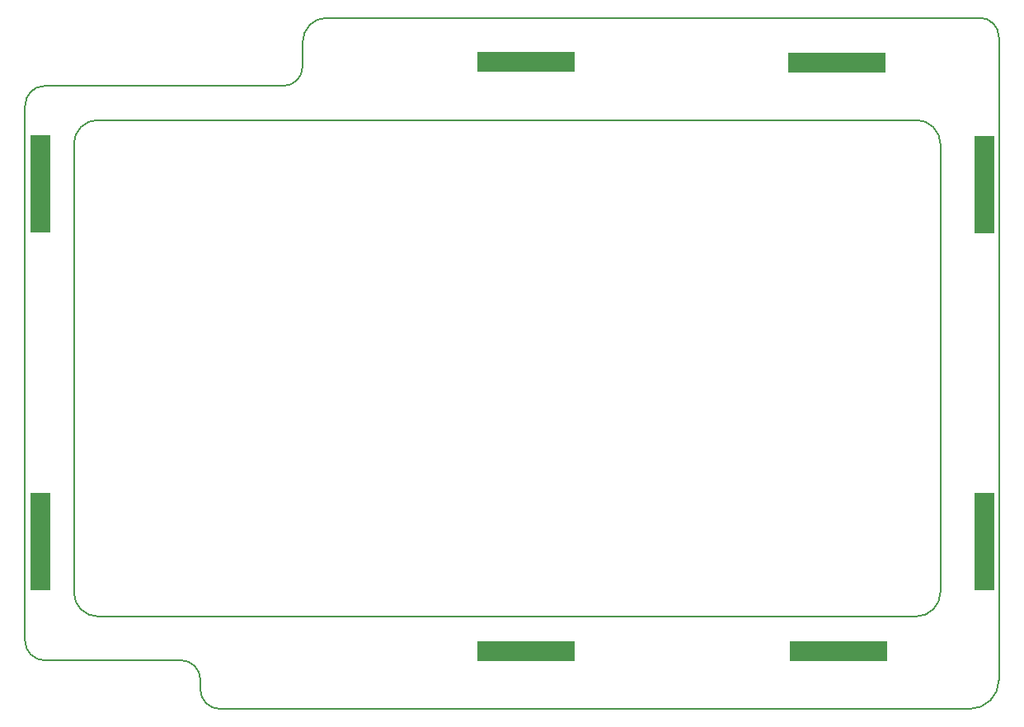
<source format=gbr>
%TF.GenerationSoftware,KiCad,Pcbnew,5.0.1*%
%TF.CreationDate,2019-01-19T14:59:23-06:00*%
%TF.ProjectId,NFCJig-TOP,4E46434A69672D544F502E6B69636164,rev?*%
%TF.SameCoordinates,Original*%
%TF.FileFunction,Paste,Top*%
%TF.FilePolarity,Positive*%
%FSLAX46Y46*%
G04 Gerber Fmt 4.6, Leading zero omitted, Abs format (unit mm)*
G04 Created by KiCad (PCBNEW 5.0.1) date Sat 19 Jan 2019 02:59:23 PM CST*
%MOMM*%
%LPD*%
G01*
G04 APERTURE LIST*
%ADD10C,0.150000*%
%ADD11R,10.000000X2.100000*%
%ADD12R,2.100000X10.000000*%
G04 APERTURE END LIST*
D10*
X127000000Y-134000000D02*
X204000000Y-134000000D01*
X107000000Y-127000000D02*
X107000000Y-126000000D01*
X109000000Y-129000000D02*
X110500000Y-129000000D01*
X109000000Y-129000000D02*
G75*
G02X107000000Y-127000000I0J2000000D01*
G01*
X123000000Y-129000000D02*
X110500000Y-129000000D01*
X107000000Y-72000000D02*
X107000000Y-126000000D01*
X125000000Y-132000000D02*
X125000000Y-131000000D01*
X123000000Y-129000000D02*
G75*
G02X125000000Y-131000000I0J-2000000D01*
G01*
X127000000Y-134000000D02*
G75*
G02X125000000Y-132000000I0J2000000D01*
G01*
X207000000Y-65000000D02*
X207000000Y-67000000D01*
X205000000Y-63000000D02*
X203500000Y-63000000D01*
X205000000Y-63000000D02*
G75*
G02X207000000Y-65000000I0J-2000000D01*
G01*
X203000000Y-63000000D02*
X203500000Y-63000000D01*
X138000000Y-63000000D02*
X203000000Y-63000000D01*
X135500000Y-68000000D02*
X135500000Y-65500000D01*
X135500000Y-65500000D02*
G75*
G02X138000000Y-63000000I2500000J0D01*
G01*
X107000000Y-72000000D02*
G75*
G02X109000000Y-70000000I2000000J0D01*
G01*
X109000000Y-70000000D02*
X110500000Y-70000000D01*
X133500000Y-70000000D02*
X110500000Y-70000000D01*
X135500000Y-68000000D02*
G75*
G02X133500000Y-70000000I-2000000J0D01*
G01*
X112000000Y-76000000D02*
G75*
G02X114500000Y-73500000I2500000J0D01*
G01*
X114500000Y-73500000D02*
X198500000Y-73500000D01*
X207000000Y-67000000D02*
X207000000Y-131000000D01*
X207000000Y-131000000D02*
G75*
G02X204000000Y-134000000I-3000000J0D01*
G01*
X112000000Y-122000000D02*
X112000000Y-76000000D01*
X198500000Y-124500000D02*
X114500000Y-124500000D01*
X201000000Y-76000000D02*
X201000000Y-122000000D01*
X201000000Y-122000000D02*
G75*
G02X198500000Y-124500000I-2500000J0D01*
G01*
X114500000Y-124500000D02*
G75*
G02X112000000Y-122000000I0J2500000D01*
G01*
X198500000Y-73500000D02*
G75*
G02X201000000Y-76000000I0J-2500000D01*
G01*
D11*
X158450000Y-67500000D03*
X190500000Y-128050000D03*
X158450000Y-128050000D03*
D12*
X108550000Y-80100000D03*
D11*
X190350000Y-67650000D03*
D12*
X205500000Y-80150000D03*
X205500000Y-116800000D03*
X108550000Y-116800000D03*
M02*

</source>
